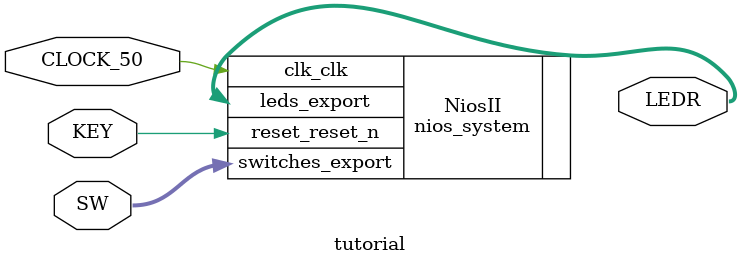
<source format=sv>
module tutorial (CLOCK_50, SW, KEY, LEDR);
	input CLOCK_50;
	input [7:0] SW;
	input [0:0] KEY;
	output [7:0] LEDR;
	
	nios_system NiosII (
		.clk_clk(CLOCK_50),
		.reset_reset_n(KEY),
		.switches_export(SW),
		.leds_export(LEDR));

endmodule

</source>
